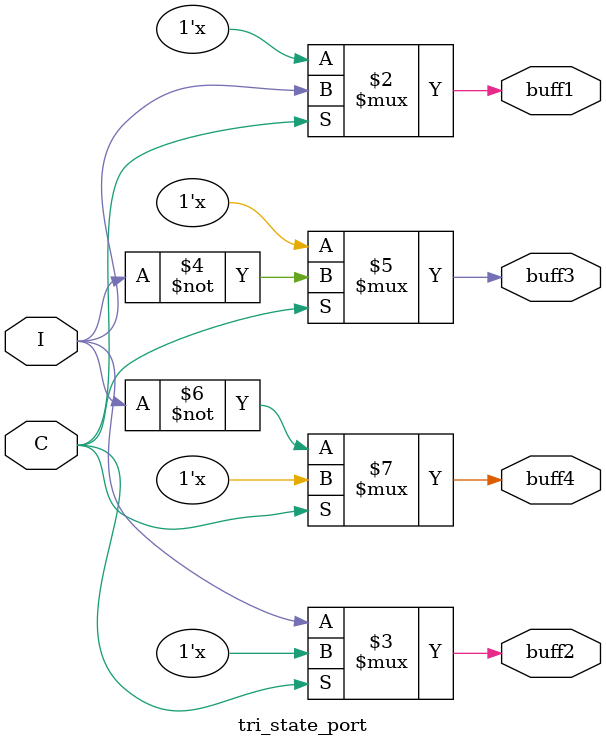
<source format=v>
`timescale 1ns / 1ps
module tri_state_port(
input I, //input
input C, //control
output reg buff1, //output
output reg buff2,
output reg buff3,
output reg buff4
    );
always@(I or C)begin
	buff1=(C)?I:1'bz;
	buff2=(C)?1'bz:I;
	buff3=(C)?~I:1'bz;
	buff4=(C)?1'bz:~I;
end
endmodule

</source>
